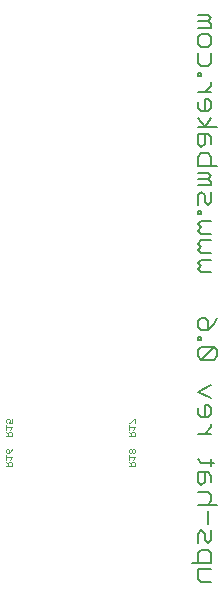
<source format=gbo>
G75*
%MOIN*%
%OFA0B0*%
%FSLAX24Y24*%
%IPPOS*%
%LPD*%
%AMOC8*
5,1,8,0,0,1.08239X$1,22.5*
%
%ADD10C,0.0060*%
%ADD11C,0.0020*%
D10*
X019116Y002243D02*
X019757Y002243D01*
X019757Y002564D01*
X019650Y002670D01*
X019437Y002670D01*
X019330Y002564D01*
X019330Y002243D01*
X019330Y002026D02*
X019757Y002026D01*
X019330Y002026D02*
X019330Y001706D01*
X019437Y001599D01*
X019757Y001599D01*
X019650Y002888D02*
X019757Y002995D01*
X019757Y003315D01*
X019544Y003208D02*
X019544Y002995D01*
X019650Y002888D01*
X019330Y002888D02*
X019330Y003208D01*
X019437Y003315D01*
X019544Y003208D01*
X019650Y003533D02*
X019650Y003960D01*
X019650Y004177D02*
X019757Y004284D01*
X019757Y004497D01*
X019650Y004604D01*
X019330Y004604D01*
X019437Y004822D02*
X019544Y004928D01*
X019544Y005249D01*
X019650Y005249D02*
X019330Y005249D01*
X019330Y004928D01*
X019437Y004822D01*
X019757Y004928D02*
X019757Y005142D01*
X019650Y005249D01*
X019757Y005466D02*
X019757Y005680D01*
X019864Y005573D02*
X019437Y005573D01*
X019330Y005680D01*
X019330Y006540D02*
X019757Y006540D01*
X019544Y006540D02*
X019757Y006754D01*
X019757Y006861D01*
X019650Y007078D02*
X019757Y007184D01*
X019757Y007398D01*
X019650Y007505D01*
X019544Y007505D01*
X019544Y007078D01*
X019650Y007078D02*
X019437Y007078D01*
X019330Y007184D01*
X019330Y007398D01*
X019757Y007722D02*
X019330Y007936D01*
X019757Y008149D01*
X019864Y009011D02*
X019437Y009011D01*
X019864Y009438D01*
X019437Y009438D01*
X019330Y009331D01*
X019330Y009118D01*
X019437Y009011D01*
X019864Y009011D02*
X019971Y009118D01*
X019971Y009331D01*
X019864Y009438D01*
X019437Y009656D02*
X019437Y009763D01*
X019330Y009763D01*
X019330Y009656D01*
X019437Y009656D01*
X019437Y009978D02*
X019330Y010085D01*
X019330Y010298D01*
X019437Y010405D01*
X019544Y010405D01*
X019650Y010298D01*
X019650Y009978D01*
X019437Y009978D01*
X019650Y009978D02*
X019864Y010192D01*
X019971Y010405D01*
X019757Y011912D02*
X019437Y011912D01*
X019330Y012018D01*
X019437Y012125D01*
X019330Y012232D01*
X019437Y012339D01*
X019757Y012339D01*
X019757Y012556D02*
X019437Y012556D01*
X019330Y012663D01*
X019437Y012770D01*
X019330Y012876D01*
X019437Y012983D01*
X019757Y012983D01*
X019757Y013201D02*
X019437Y013201D01*
X019330Y013308D01*
X019437Y013414D01*
X019330Y013521D01*
X019437Y013628D01*
X019757Y013628D01*
X019437Y013845D02*
X019437Y013952D01*
X019330Y013952D01*
X019330Y013845D01*
X019437Y013845D01*
X019330Y014168D02*
X019330Y014488D01*
X019437Y014595D01*
X019544Y014488D01*
X019544Y014274D01*
X019650Y014168D01*
X019757Y014274D01*
X019757Y014595D01*
X019757Y014812D02*
X019757Y014919D01*
X019650Y015026D01*
X019757Y015132D01*
X019650Y015239D01*
X019330Y015239D01*
X019330Y015026D02*
X019650Y015026D01*
X019757Y014812D02*
X019330Y014812D01*
X019330Y015457D02*
X019330Y015777D01*
X019437Y015884D01*
X019650Y015884D01*
X019757Y015777D01*
X019757Y015457D01*
X019971Y015457D02*
X019330Y015457D01*
X019437Y016101D02*
X019544Y016208D01*
X019544Y016528D01*
X019650Y016528D02*
X019330Y016528D01*
X019330Y016208D01*
X019437Y016101D01*
X019757Y016208D02*
X019757Y016422D01*
X019650Y016528D01*
X019544Y016746D02*
X019757Y017066D01*
X019650Y017283D02*
X019757Y017390D01*
X019757Y017603D01*
X019650Y017710D01*
X019544Y017710D01*
X019544Y017283D01*
X019650Y017283D02*
X019437Y017283D01*
X019330Y017390D01*
X019330Y017603D01*
X019330Y017066D02*
X019544Y016746D01*
X019330Y016746D02*
X019971Y016746D01*
X019757Y017927D02*
X019330Y017927D01*
X019544Y017927D02*
X019757Y018141D01*
X019757Y018248D01*
X019437Y018465D02*
X019437Y018571D01*
X019330Y018571D01*
X019330Y018465D01*
X019437Y018465D01*
X019437Y018787D02*
X019330Y018894D01*
X019330Y019214D01*
X019437Y019431D02*
X019330Y019538D01*
X019330Y019752D01*
X019437Y019858D01*
X019650Y019858D01*
X019757Y019752D01*
X019757Y019538D01*
X019650Y019431D01*
X019437Y019431D01*
X019757Y019214D02*
X019757Y018894D01*
X019650Y018787D01*
X019437Y018787D01*
X019330Y020076D02*
X019757Y020076D01*
X019757Y020183D01*
X019650Y020289D01*
X019757Y020396D01*
X019650Y020503D01*
X019330Y020503D01*
X019330Y020289D02*
X019650Y020289D01*
X019971Y004177D02*
X019330Y004177D01*
D11*
X013130Y005451D02*
X012910Y005451D01*
X012983Y005451D02*
X012983Y005561D01*
X013020Y005597D01*
X013093Y005597D01*
X013130Y005561D01*
X013130Y005451D01*
X012983Y005524D02*
X012910Y005597D01*
X012910Y005672D02*
X012910Y005818D01*
X012910Y005745D02*
X013130Y005745D01*
X013057Y005672D01*
X013020Y005893D02*
X012947Y005893D01*
X012910Y005929D01*
X012910Y006003D01*
X012947Y006039D01*
X012983Y006039D01*
X013020Y006003D01*
X013020Y005893D01*
X013093Y005966D01*
X013130Y006039D01*
X013130Y006451D02*
X012910Y006451D01*
X012983Y006451D02*
X012983Y006561D01*
X013020Y006597D01*
X013093Y006597D01*
X013130Y006561D01*
X013130Y006451D01*
X012983Y006524D02*
X012910Y006597D01*
X012910Y006672D02*
X012910Y006818D01*
X012910Y006745D02*
X013130Y006745D01*
X013057Y006672D01*
X013020Y006893D02*
X013057Y006966D01*
X013057Y007003D01*
X013020Y007039D01*
X012947Y007039D01*
X012910Y007003D01*
X012910Y006929D01*
X012947Y006893D01*
X013020Y006893D02*
X013130Y006893D01*
X013130Y007039D01*
X017010Y006893D02*
X017047Y006893D01*
X017193Y007039D01*
X017230Y007039D01*
X017230Y006893D01*
X017230Y006745D02*
X017010Y006745D01*
X017010Y006672D02*
X017010Y006818D01*
X017157Y006672D02*
X017230Y006745D01*
X017193Y006597D02*
X017120Y006597D01*
X017083Y006561D01*
X017083Y006451D01*
X017083Y006524D02*
X017010Y006597D01*
X017010Y006451D02*
X017230Y006451D01*
X017230Y006561D01*
X017193Y006597D01*
X017193Y006039D02*
X017157Y006039D01*
X017120Y006003D01*
X017120Y005929D01*
X017157Y005893D01*
X017193Y005893D01*
X017230Y005929D01*
X017230Y006003D01*
X017193Y006039D01*
X017120Y006003D02*
X017083Y006039D01*
X017047Y006039D01*
X017010Y006003D01*
X017010Y005929D01*
X017047Y005893D01*
X017083Y005893D01*
X017120Y005929D01*
X017010Y005818D02*
X017010Y005672D01*
X017010Y005745D02*
X017230Y005745D01*
X017157Y005672D01*
X017193Y005597D02*
X017120Y005597D01*
X017083Y005561D01*
X017083Y005451D01*
X017083Y005524D02*
X017010Y005597D01*
X017010Y005451D02*
X017230Y005451D01*
X017230Y005561D01*
X017193Y005597D01*
M02*

</source>
